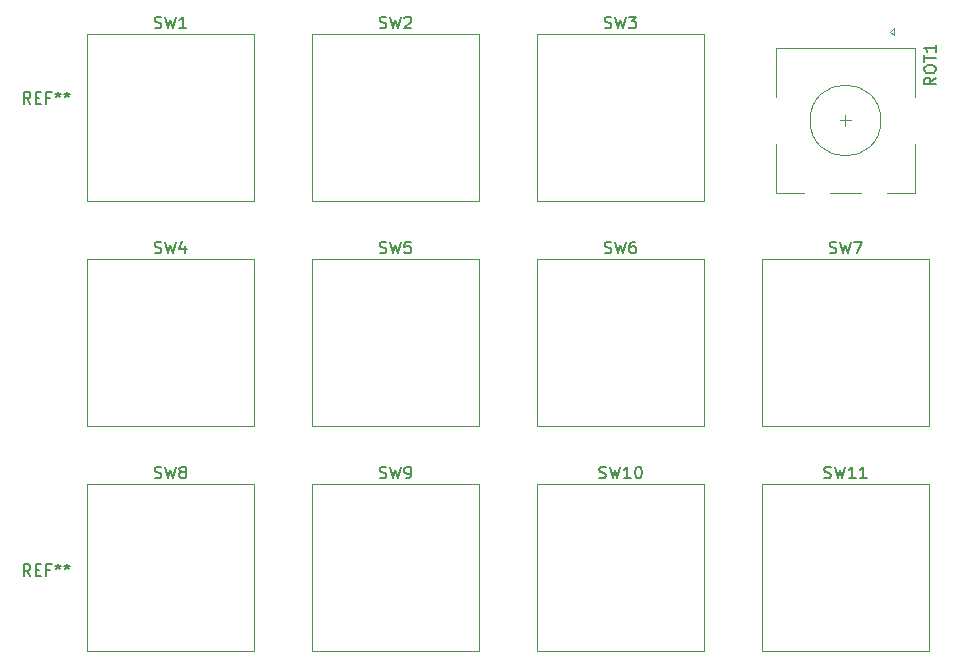
<source format=gbr>
G04 #@! TF.GenerationSoftware,KiCad,Pcbnew,8.0.6*
G04 #@! TF.CreationDate,2024-11-16T10:54:58+01:00*
G04 #@! TF.ProjectId,SwitchPCB,53776974-6368-4504-9342-2e6b69636164,rev?*
G04 #@! TF.SameCoordinates,Original*
G04 #@! TF.FileFunction,Legend,Top*
G04 #@! TF.FilePolarity,Positive*
%FSLAX46Y46*%
G04 Gerber Fmt 4.6, Leading zero omitted, Abs format (unit mm)*
G04 Created by KiCad (PCBNEW 8.0.6) date 2024-11-16 10:54:58*
%MOMM*%
%LPD*%
G01*
G04 APERTURE LIST*
%ADD10C,0.150000*%
%ADD11C,0.120000*%
G04 APERTURE END LIST*
D10*
X152436667Y-91332200D02*
X152579524Y-91379819D01*
X152579524Y-91379819D02*
X152817619Y-91379819D01*
X152817619Y-91379819D02*
X152912857Y-91332200D01*
X152912857Y-91332200D02*
X152960476Y-91284580D01*
X152960476Y-91284580D02*
X153008095Y-91189342D01*
X153008095Y-91189342D02*
X153008095Y-91094104D01*
X153008095Y-91094104D02*
X152960476Y-90998866D01*
X152960476Y-90998866D02*
X152912857Y-90951247D01*
X152912857Y-90951247D02*
X152817619Y-90903628D01*
X152817619Y-90903628D02*
X152627143Y-90856009D01*
X152627143Y-90856009D02*
X152531905Y-90808390D01*
X152531905Y-90808390D02*
X152484286Y-90760771D01*
X152484286Y-90760771D02*
X152436667Y-90665533D01*
X152436667Y-90665533D02*
X152436667Y-90570295D01*
X152436667Y-90570295D02*
X152484286Y-90475057D01*
X152484286Y-90475057D02*
X152531905Y-90427438D01*
X152531905Y-90427438D02*
X152627143Y-90379819D01*
X152627143Y-90379819D02*
X152865238Y-90379819D01*
X152865238Y-90379819D02*
X153008095Y-90427438D01*
X153341429Y-90379819D02*
X153579524Y-91379819D01*
X153579524Y-91379819D02*
X153770000Y-90665533D01*
X153770000Y-90665533D02*
X153960476Y-91379819D01*
X153960476Y-91379819D02*
X154198572Y-90379819D01*
X154627143Y-91379819D02*
X154817619Y-91379819D01*
X154817619Y-91379819D02*
X154912857Y-91332200D01*
X154912857Y-91332200D02*
X154960476Y-91284580D01*
X154960476Y-91284580D02*
X155055714Y-91141723D01*
X155055714Y-91141723D02*
X155103333Y-90951247D01*
X155103333Y-90951247D02*
X155103333Y-90570295D01*
X155103333Y-90570295D02*
X155055714Y-90475057D01*
X155055714Y-90475057D02*
X155008095Y-90427438D01*
X155008095Y-90427438D02*
X154912857Y-90379819D01*
X154912857Y-90379819D02*
X154722381Y-90379819D01*
X154722381Y-90379819D02*
X154627143Y-90427438D01*
X154627143Y-90427438D02*
X154579524Y-90475057D01*
X154579524Y-90475057D02*
X154531905Y-90570295D01*
X154531905Y-90570295D02*
X154531905Y-90808390D01*
X154531905Y-90808390D02*
X154579524Y-90903628D01*
X154579524Y-90903628D02*
X154627143Y-90951247D01*
X154627143Y-90951247D02*
X154722381Y-90998866D01*
X154722381Y-90998866D02*
X154912857Y-90998866D01*
X154912857Y-90998866D02*
X155008095Y-90951247D01*
X155008095Y-90951247D02*
X155055714Y-90903628D01*
X155055714Y-90903628D02*
X155103333Y-90808390D01*
X190060476Y-91332200D02*
X190203333Y-91379819D01*
X190203333Y-91379819D02*
X190441428Y-91379819D01*
X190441428Y-91379819D02*
X190536666Y-91332200D01*
X190536666Y-91332200D02*
X190584285Y-91284580D01*
X190584285Y-91284580D02*
X190631904Y-91189342D01*
X190631904Y-91189342D02*
X190631904Y-91094104D01*
X190631904Y-91094104D02*
X190584285Y-90998866D01*
X190584285Y-90998866D02*
X190536666Y-90951247D01*
X190536666Y-90951247D02*
X190441428Y-90903628D01*
X190441428Y-90903628D02*
X190250952Y-90856009D01*
X190250952Y-90856009D02*
X190155714Y-90808390D01*
X190155714Y-90808390D02*
X190108095Y-90760771D01*
X190108095Y-90760771D02*
X190060476Y-90665533D01*
X190060476Y-90665533D02*
X190060476Y-90570295D01*
X190060476Y-90570295D02*
X190108095Y-90475057D01*
X190108095Y-90475057D02*
X190155714Y-90427438D01*
X190155714Y-90427438D02*
X190250952Y-90379819D01*
X190250952Y-90379819D02*
X190489047Y-90379819D01*
X190489047Y-90379819D02*
X190631904Y-90427438D01*
X190965238Y-90379819D02*
X191203333Y-91379819D01*
X191203333Y-91379819D02*
X191393809Y-90665533D01*
X191393809Y-90665533D02*
X191584285Y-91379819D01*
X191584285Y-91379819D02*
X191822381Y-90379819D01*
X192727142Y-91379819D02*
X192155714Y-91379819D01*
X192441428Y-91379819D02*
X192441428Y-90379819D01*
X192441428Y-90379819D02*
X192346190Y-90522676D01*
X192346190Y-90522676D02*
X192250952Y-90617914D01*
X192250952Y-90617914D02*
X192155714Y-90665533D01*
X193679523Y-91379819D02*
X193108095Y-91379819D01*
X193393809Y-91379819D02*
X193393809Y-90379819D01*
X193393809Y-90379819D02*
X193298571Y-90522676D01*
X193298571Y-90522676D02*
X193203333Y-90617914D01*
X193203333Y-90617914D02*
X193108095Y-90665533D01*
X133386667Y-72282200D02*
X133529524Y-72329819D01*
X133529524Y-72329819D02*
X133767619Y-72329819D01*
X133767619Y-72329819D02*
X133862857Y-72282200D01*
X133862857Y-72282200D02*
X133910476Y-72234580D01*
X133910476Y-72234580D02*
X133958095Y-72139342D01*
X133958095Y-72139342D02*
X133958095Y-72044104D01*
X133958095Y-72044104D02*
X133910476Y-71948866D01*
X133910476Y-71948866D02*
X133862857Y-71901247D01*
X133862857Y-71901247D02*
X133767619Y-71853628D01*
X133767619Y-71853628D02*
X133577143Y-71806009D01*
X133577143Y-71806009D02*
X133481905Y-71758390D01*
X133481905Y-71758390D02*
X133434286Y-71710771D01*
X133434286Y-71710771D02*
X133386667Y-71615533D01*
X133386667Y-71615533D02*
X133386667Y-71520295D01*
X133386667Y-71520295D02*
X133434286Y-71425057D01*
X133434286Y-71425057D02*
X133481905Y-71377438D01*
X133481905Y-71377438D02*
X133577143Y-71329819D01*
X133577143Y-71329819D02*
X133815238Y-71329819D01*
X133815238Y-71329819D02*
X133958095Y-71377438D01*
X134291429Y-71329819D02*
X134529524Y-72329819D01*
X134529524Y-72329819D02*
X134720000Y-71615533D01*
X134720000Y-71615533D02*
X134910476Y-72329819D01*
X134910476Y-72329819D02*
X135148572Y-71329819D01*
X135958095Y-71663152D02*
X135958095Y-72329819D01*
X135720000Y-71282200D02*
X135481905Y-71996485D01*
X135481905Y-71996485D02*
X136100952Y-71996485D01*
X171486667Y-72282200D02*
X171629524Y-72329819D01*
X171629524Y-72329819D02*
X171867619Y-72329819D01*
X171867619Y-72329819D02*
X171962857Y-72282200D01*
X171962857Y-72282200D02*
X172010476Y-72234580D01*
X172010476Y-72234580D02*
X172058095Y-72139342D01*
X172058095Y-72139342D02*
X172058095Y-72044104D01*
X172058095Y-72044104D02*
X172010476Y-71948866D01*
X172010476Y-71948866D02*
X171962857Y-71901247D01*
X171962857Y-71901247D02*
X171867619Y-71853628D01*
X171867619Y-71853628D02*
X171677143Y-71806009D01*
X171677143Y-71806009D02*
X171581905Y-71758390D01*
X171581905Y-71758390D02*
X171534286Y-71710771D01*
X171534286Y-71710771D02*
X171486667Y-71615533D01*
X171486667Y-71615533D02*
X171486667Y-71520295D01*
X171486667Y-71520295D02*
X171534286Y-71425057D01*
X171534286Y-71425057D02*
X171581905Y-71377438D01*
X171581905Y-71377438D02*
X171677143Y-71329819D01*
X171677143Y-71329819D02*
X171915238Y-71329819D01*
X171915238Y-71329819D02*
X172058095Y-71377438D01*
X172391429Y-71329819D02*
X172629524Y-72329819D01*
X172629524Y-72329819D02*
X172820000Y-71615533D01*
X172820000Y-71615533D02*
X173010476Y-72329819D01*
X173010476Y-72329819D02*
X173248572Y-71329819D01*
X174058095Y-71329819D02*
X173867619Y-71329819D01*
X173867619Y-71329819D02*
X173772381Y-71377438D01*
X173772381Y-71377438D02*
X173724762Y-71425057D01*
X173724762Y-71425057D02*
X173629524Y-71567914D01*
X173629524Y-71567914D02*
X173581905Y-71758390D01*
X173581905Y-71758390D02*
X173581905Y-72139342D01*
X173581905Y-72139342D02*
X173629524Y-72234580D01*
X173629524Y-72234580D02*
X173677143Y-72282200D01*
X173677143Y-72282200D02*
X173772381Y-72329819D01*
X173772381Y-72329819D02*
X173962857Y-72329819D01*
X173962857Y-72329819D02*
X174058095Y-72282200D01*
X174058095Y-72282200D02*
X174105714Y-72234580D01*
X174105714Y-72234580D02*
X174153333Y-72139342D01*
X174153333Y-72139342D02*
X174153333Y-71901247D01*
X174153333Y-71901247D02*
X174105714Y-71806009D01*
X174105714Y-71806009D02*
X174058095Y-71758390D01*
X174058095Y-71758390D02*
X173962857Y-71710771D01*
X173962857Y-71710771D02*
X173772381Y-71710771D01*
X173772381Y-71710771D02*
X173677143Y-71758390D01*
X173677143Y-71758390D02*
X173629524Y-71806009D01*
X173629524Y-71806009D02*
X173581905Y-71901247D01*
X152436667Y-72282200D02*
X152579524Y-72329819D01*
X152579524Y-72329819D02*
X152817619Y-72329819D01*
X152817619Y-72329819D02*
X152912857Y-72282200D01*
X152912857Y-72282200D02*
X152960476Y-72234580D01*
X152960476Y-72234580D02*
X153008095Y-72139342D01*
X153008095Y-72139342D02*
X153008095Y-72044104D01*
X153008095Y-72044104D02*
X152960476Y-71948866D01*
X152960476Y-71948866D02*
X152912857Y-71901247D01*
X152912857Y-71901247D02*
X152817619Y-71853628D01*
X152817619Y-71853628D02*
X152627143Y-71806009D01*
X152627143Y-71806009D02*
X152531905Y-71758390D01*
X152531905Y-71758390D02*
X152484286Y-71710771D01*
X152484286Y-71710771D02*
X152436667Y-71615533D01*
X152436667Y-71615533D02*
X152436667Y-71520295D01*
X152436667Y-71520295D02*
X152484286Y-71425057D01*
X152484286Y-71425057D02*
X152531905Y-71377438D01*
X152531905Y-71377438D02*
X152627143Y-71329819D01*
X152627143Y-71329819D02*
X152865238Y-71329819D01*
X152865238Y-71329819D02*
X153008095Y-71377438D01*
X153341429Y-71329819D02*
X153579524Y-72329819D01*
X153579524Y-72329819D02*
X153770000Y-71615533D01*
X153770000Y-71615533D02*
X153960476Y-72329819D01*
X153960476Y-72329819D02*
X154198572Y-71329819D01*
X155055714Y-71329819D02*
X154579524Y-71329819D01*
X154579524Y-71329819D02*
X154531905Y-71806009D01*
X154531905Y-71806009D02*
X154579524Y-71758390D01*
X154579524Y-71758390D02*
X154674762Y-71710771D01*
X154674762Y-71710771D02*
X154912857Y-71710771D01*
X154912857Y-71710771D02*
X155008095Y-71758390D01*
X155008095Y-71758390D02*
X155055714Y-71806009D01*
X155055714Y-71806009D02*
X155103333Y-71901247D01*
X155103333Y-71901247D02*
X155103333Y-72139342D01*
X155103333Y-72139342D02*
X155055714Y-72234580D01*
X155055714Y-72234580D02*
X155008095Y-72282200D01*
X155008095Y-72282200D02*
X154912857Y-72329819D01*
X154912857Y-72329819D02*
X154674762Y-72329819D01*
X154674762Y-72329819D02*
X154579524Y-72282200D01*
X154579524Y-72282200D02*
X154531905Y-72234580D01*
X133386667Y-91332200D02*
X133529524Y-91379819D01*
X133529524Y-91379819D02*
X133767619Y-91379819D01*
X133767619Y-91379819D02*
X133862857Y-91332200D01*
X133862857Y-91332200D02*
X133910476Y-91284580D01*
X133910476Y-91284580D02*
X133958095Y-91189342D01*
X133958095Y-91189342D02*
X133958095Y-91094104D01*
X133958095Y-91094104D02*
X133910476Y-90998866D01*
X133910476Y-90998866D02*
X133862857Y-90951247D01*
X133862857Y-90951247D02*
X133767619Y-90903628D01*
X133767619Y-90903628D02*
X133577143Y-90856009D01*
X133577143Y-90856009D02*
X133481905Y-90808390D01*
X133481905Y-90808390D02*
X133434286Y-90760771D01*
X133434286Y-90760771D02*
X133386667Y-90665533D01*
X133386667Y-90665533D02*
X133386667Y-90570295D01*
X133386667Y-90570295D02*
X133434286Y-90475057D01*
X133434286Y-90475057D02*
X133481905Y-90427438D01*
X133481905Y-90427438D02*
X133577143Y-90379819D01*
X133577143Y-90379819D02*
X133815238Y-90379819D01*
X133815238Y-90379819D02*
X133958095Y-90427438D01*
X134291429Y-90379819D02*
X134529524Y-91379819D01*
X134529524Y-91379819D02*
X134720000Y-90665533D01*
X134720000Y-90665533D02*
X134910476Y-91379819D01*
X134910476Y-91379819D02*
X135148572Y-90379819D01*
X135672381Y-90808390D02*
X135577143Y-90760771D01*
X135577143Y-90760771D02*
X135529524Y-90713152D01*
X135529524Y-90713152D02*
X135481905Y-90617914D01*
X135481905Y-90617914D02*
X135481905Y-90570295D01*
X135481905Y-90570295D02*
X135529524Y-90475057D01*
X135529524Y-90475057D02*
X135577143Y-90427438D01*
X135577143Y-90427438D02*
X135672381Y-90379819D01*
X135672381Y-90379819D02*
X135862857Y-90379819D01*
X135862857Y-90379819D02*
X135958095Y-90427438D01*
X135958095Y-90427438D02*
X136005714Y-90475057D01*
X136005714Y-90475057D02*
X136053333Y-90570295D01*
X136053333Y-90570295D02*
X136053333Y-90617914D01*
X136053333Y-90617914D02*
X136005714Y-90713152D01*
X136005714Y-90713152D02*
X135958095Y-90760771D01*
X135958095Y-90760771D02*
X135862857Y-90808390D01*
X135862857Y-90808390D02*
X135672381Y-90808390D01*
X135672381Y-90808390D02*
X135577143Y-90856009D01*
X135577143Y-90856009D02*
X135529524Y-90903628D01*
X135529524Y-90903628D02*
X135481905Y-90998866D01*
X135481905Y-90998866D02*
X135481905Y-91189342D01*
X135481905Y-91189342D02*
X135529524Y-91284580D01*
X135529524Y-91284580D02*
X135577143Y-91332200D01*
X135577143Y-91332200D02*
X135672381Y-91379819D01*
X135672381Y-91379819D02*
X135862857Y-91379819D01*
X135862857Y-91379819D02*
X135958095Y-91332200D01*
X135958095Y-91332200D02*
X136005714Y-91284580D01*
X136005714Y-91284580D02*
X136053333Y-91189342D01*
X136053333Y-91189342D02*
X136053333Y-90998866D01*
X136053333Y-90998866D02*
X136005714Y-90903628D01*
X136005714Y-90903628D02*
X135958095Y-90856009D01*
X135958095Y-90856009D02*
X135862857Y-90808390D01*
X190536667Y-72282200D02*
X190679524Y-72329819D01*
X190679524Y-72329819D02*
X190917619Y-72329819D01*
X190917619Y-72329819D02*
X191012857Y-72282200D01*
X191012857Y-72282200D02*
X191060476Y-72234580D01*
X191060476Y-72234580D02*
X191108095Y-72139342D01*
X191108095Y-72139342D02*
X191108095Y-72044104D01*
X191108095Y-72044104D02*
X191060476Y-71948866D01*
X191060476Y-71948866D02*
X191012857Y-71901247D01*
X191012857Y-71901247D02*
X190917619Y-71853628D01*
X190917619Y-71853628D02*
X190727143Y-71806009D01*
X190727143Y-71806009D02*
X190631905Y-71758390D01*
X190631905Y-71758390D02*
X190584286Y-71710771D01*
X190584286Y-71710771D02*
X190536667Y-71615533D01*
X190536667Y-71615533D02*
X190536667Y-71520295D01*
X190536667Y-71520295D02*
X190584286Y-71425057D01*
X190584286Y-71425057D02*
X190631905Y-71377438D01*
X190631905Y-71377438D02*
X190727143Y-71329819D01*
X190727143Y-71329819D02*
X190965238Y-71329819D01*
X190965238Y-71329819D02*
X191108095Y-71377438D01*
X191441429Y-71329819D02*
X191679524Y-72329819D01*
X191679524Y-72329819D02*
X191870000Y-71615533D01*
X191870000Y-71615533D02*
X192060476Y-72329819D01*
X192060476Y-72329819D02*
X192298572Y-71329819D01*
X192584286Y-71329819D02*
X193250952Y-71329819D01*
X193250952Y-71329819D02*
X192822381Y-72329819D01*
X171010476Y-91332200D02*
X171153333Y-91379819D01*
X171153333Y-91379819D02*
X171391428Y-91379819D01*
X171391428Y-91379819D02*
X171486666Y-91332200D01*
X171486666Y-91332200D02*
X171534285Y-91284580D01*
X171534285Y-91284580D02*
X171581904Y-91189342D01*
X171581904Y-91189342D02*
X171581904Y-91094104D01*
X171581904Y-91094104D02*
X171534285Y-90998866D01*
X171534285Y-90998866D02*
X171486666Y-90951247D01*
X171486666Y-90951247D02*
X171391428Y-90903628D01*
X171391428Y-90903628D02*
X171200952Y-90856009D01*
X171200952Y-90856009D02*
X171105714Y-90808390D01*
X171105714Y-90808390D02*
X171058095Y-90760771D01*
X171058095Y-90760771D02*
X171010476Y-90665533D01*
X171010476Y-90665533D02*
X171010476Y-90570295D01*
X171010476Y-90570295D02*
X171058095Y-90475057D01*
X171058095Y-90475057D02*
X171105714Y-90427438D01*
X171105714Y-90427438D02*
X171200952Y-90379819D01*
X171200952Y-90379819D02*
X171439047Y-90379819D01*
X171439047Y-90379819D02*
X171581904Y-90427438D01*
X171915238Y-90379819D02*
X172153333Y-91379819D01*
X172153333Y-91379819D02*
X172343809Y-90665533D01*
X172343809Y-90665533D02*
X172534285Y-91379819D01*
X172534285Y-91379819D02*
X172772381Y-90379819D01*
X173677142Y-91379819D02*
X173105714Y-91379819D01*
X173391428Y-91379819D02*
X173391428Y-90379819D01*
X173391428Y-90379819D02*
X173296190Y-90522676D01*
X173296190Y-90522676D02*
X173200952Y-90617914D01*
X173200952Y-90617914D02*
X173105714Y-90665533D01*
X174296190Y-90379819D02*
X174391428Y-90379819D01*
X174391428Y-90379819D02*
X174486666Y-90427438D01*
X174486666Y-90427438D02*
X174534285Y-90475057D01*
X174534285Y-90475057D02*
X174581904Y-90570295D01*
X174581904Y-90570295D02*
X174629523Y-90760771D01*
X174629523Y-90760771D02*
X174629523Y-90998866D01*
X174629523Y-90998866D02*
X174581904Y-91189342D01*
X174581904Y-91189342D02*
X174534285Y-91284580D01*
X174534285Y-91284580D02*
X174486666Y-91332200D01*
X174486666Y-91332200D02*
X174391428Y-91379819D01*
X174391428Y-91379819D02*
X174296190Y-91379819D01*
X174296190Y-91379819D02*
X174200952Y-91332200D01*
X174200952Y-91332200D02*
X174153333Y-91284580D01*
X174153333Y-91284580D02*
X174105714Y-91189342D01*
X174105714Y-91189342D02*
X174058095Y-90998866D01*
X174058095Y-90998866D02*
X174058095Y-90760771D01*
X174058095Y-90760771D02*
X174105714Y-90570295D01*
X174105714Y-90570295D02*
X174153333Y-90475057D01*
X174153333Y-90475057D02*
X174200952Y-90427438D01*
X174200952Y-90427438D02*
X174296190Y-90379819D01*
X171486667Y-53232200D02*
X171629524Y-53279819D01*
X171629524Y-53279819D02*
X171867619Y-53279819D01*
X171867619Y-53279819D02*
X171962857Y-53232200D01*
X171962857Y-53232200D02*
X172010476Y-53184580D01*
X172010476Y-53184580D02*
X172058095Y-53089342D01*
X172058095Y-53089342D02*
X172058095Y-52994104D01*
X172058095Y-52994104D02*
X172010476Y-52898866D01*
X172010476Y-52898866D02*
X171962857Y-52851247D01*
X171962857Y-52851247D02*
X171867619Y-52803628D01*
X171867619Y-52803628D02*
X171677143Y-52756009D01*
X171677143Y-52756009D02*
X171581905Y-52708390D01*
X171581905Y-52708390D02*
X171534286Y-52660771D01*
X171534286Y-52660771D02*
X171486667Y-52565533D01*
X171486667Y-52565533D02*
X171486667Y-52470295D01*
X171486667Y-52470295D02*
X171534286Y-52375057D01*
X171534286Y-52375057D02*
X171581905Y-52327438D01*
X171581905Y-52327438D02*
X171677143Y-52279819D01*
X171677143Y-52279819D02*
X171915238Y-52279819D01*
X171915238Y-52279819D02*
X172058095Y-52327438D01*
X172391429Y-52279819D02*
X172629524Y-53279819D01*
X172629524Y-53279819D02*
X172820000Y-52565533D01*
X172820000Y-52565533D02*
X173010476Y-53279819D01*
X173010476Y-53279819D02*
X173248572Y-52279819D01*
X173534286Y-52279819D02*
X174153333Y-52279819D01*
X174153333Y-52279819D02*
X173820000Y-52660771D01*
X173820000Y-52660771D02*
X173962857Y-52660771D01*
X173962857Y-52660771D02*
X174058095Y-52708390D01*
X174058095Y-52708390D02*
X174105714Y-52756009D01*
X174105714Y-52756009D02*
X174153333Y-52851247D01*
X174153333Y-52851247D02*
X174153333Y-53089342D01*
X174153333Y-53089342D02*
X174105714Y-53184580D01*
X174105714Y-53184580D02*
X174058095Y-53232200D01*
X174058095Y-53232200D02*
X173962857Y-53279819D01*
X173962857Y-53279819D02*
X173677143Y-53279819D01*
X173677143Y-53279819D02*
X173581905Y-53232200D01*
X173581905Y-53232200D02*
X173534286Y-53184580D01*
X133386667Y-53232200D02*
X133529524Y-53279819D01*
X133529524Y-53279819D02*
X133767619Y-53279819D01*
X133767619Y-53279819D02*
X133862857Y-53232200D01*
X133862857Y-53232200D02*
X133910476Y-53184580D01*
X133910476Y-53184580D02*
X133958095Y-53089342D01*
X133958095Y-53089342D02*
X133958095Y-52994104D01*
X133958095Y-52994104D02*
X133910476Y-52898866D01*
X133910476Y-52898866D02*
X133862857Y-52851247D01*
X133862857Y-52851247D02*
X133767619Y-52803628D01*
X133767619Y-52803628D02*
X133577143Y-52756009D01*
X133577143Y-52756009D02*
X133481905Y-52708390D01*
X133481905Y-52708390D02*
X133434286Y-52660771D01*
X133434286Y-52660771D02*
X133386667Y-52565533D01*
X133386667Y-52565533D02*
X133386667Y-52470295D01*
X133386667Y-52470295D02*
X133434286Y-52375057D01*
X133434286Y-52375057D02*
X133481905Y-52327438D01*
X133481905Y-52327438D02*
X133577143Y-52279819D01*
X133577143Y-52279819D02*
X133815238Y-52279819D01*
X133815238Y-52279819D02*
X133958095Y-52327438D01*
X134291429Y-52279819D02*
X134529524Y-53279819D01*
X134529524Y-53279819D02*
X134720000Y-52565533D01*
X134720000Y-52565533D02*
X134910476Y-53279819D01*
X134910476Y-53279819D02*
X135148572Y-52279819D01*
X136053333Y-53279819D02*
X135481905Y-53279819D01*
X135767619Y-53279819D02*
X135767619Y-52279819D01*
X135767619Y-52279819D02*
X135672381Y-52422676D01*
X135672381Y-52422676D02*
X135577143Y-52517914D01*
X135577143Y-52517914D02*
X135481905Y-52565533D01*
X152436667Y-53232200D02*
X152579524Y-53279819D01*
X152579524Y-53279819D02*
X152817619Y-53279819D01*
X152817619Y-53279819D02*
X152912857Y-53232200D01*
X152912857Y-53232200D02*
X152960476Y-53184580D01*
X152960476Y-53184580D02*
X153008095Y-53089342D01*
X153008095Y-53089342D02*
X153008095Y-52994104D01*
X153008095Y-52994104D02*
X152960476Y-52898866D01*
X152960476Y-52898866D02*
X152912857Y-52851247D01*
X152912857Y-52851247D02*
X152817619Y-52803628D01*
X152817619Y-52803628D02*
X152627143Y-52756009D01*
X152627143Y-52756009D02*
X152531905Y-52708390D01*
X152531905Y-52708390D02*
X152484286Y-52660771D01*
X152484286Y-52660771D02*
X152436667Y-52565533D01*
X152436667Y-52565533D02*
X152436667Y-52470295D01*
X152436667Y-52470295D02*
X152484286Y-52375057D01*
X152484286Y-52375057D02*
X152531905Y-52327438D01*
X152531905Y-52327438D02*
X152627143Y-52279819D01*
X152627143Y-52279819D02*
X152865238Y-52279819D01*
X152865238Y-52279819D02*
X153008095Y-52327438D01*
X153341429Y-52279819D02*
X153579524Y-53279819D01*
X153579524Y-53279819D02*
X153770000Y-52565533D01*
X153770000Y-52565533D02*
X153960476Y-53279819D01*
X153960476Y-53279819D02*
X154198572Y-52279819D01*
X154531905Y-52375057D02*
X154579524Y-52327438D01*
X154579524Y-52327438D02*
X154674762Y-52279819D01*
X154674762Y-52279819D02*
X154912857Y-52279819D01*
X154912857Y-52279819D02*
X155008095Y-52327438D01*
X155008095Y-52327438D02*
X155055714Y-52375057D01*
X155055714Y-52375057D02*
X155103333Y-52470295D01*
X155103333Y-52470295D02*
X155103333Y-52565533D01*
X155103333Y-52565533D02*
X155055714Y-52708390D01*
X155055714Y-52708390D02*
X154484286Y-53279819D01*
X154484286Y-53279819D02*
X155103333Y-53279819D01*
X199524819Y-57446428D02*
X199048628Y-57779761D01*
X199524819Y-58017856D02*
X198524819Y-58017856D01*
X198524819Y-58017856D02*
X198524819Y-57636904D01*
X198524819Y-57636904D02*
X198572438Y-57541666D01*
X198572438Y-57541666D02*
X198620057Y-57494047D01*
X198620057Y-57494047D02*
X198715295Y-57446428D01*
X198715295Y-57446428D02*
X198858152Y-57446428D01*
X198858152Y-57446428D02*
X198953390Y-57494047D01*
X198953390Y-57494047D02*
X199001009Y-57541666D01*
X199001009Y-57541666D02*
X199048628Y-57636904D01*
X199048628Y-57636904D02*
X199048628Y-58017856D01*
X198524819Y-56827380D02*
X198524819Y-56636904D01*
X198524819Y-56636904D02*
X198572438Y-56541666D01*
X198572438Y-56541666D02*
X198667676Y-56446428D01*
X198667676Y-56446428D02*
X198858152Y-56398809D01*
X198858152Y-56398809D02*
X199191485Y-56398809D01*
X199191485Y-56398809D02*
X199381961Y-56446428D01*
X199381961Y-56446428D02*
X199477200Y-56541666D01*
X199477200Y-56541666D02*
X199524819Y-56636904D01*
X199524819Y-56636904D02*
X199524819Y-56827380D01*
X199524819Y-56827380D02*
X199477200Y-56922618D01*
X199477200Y-56922618D02*
X199381961Y-57017856D01*
X199381961Y-57017856D02*
X199191485Y-57065475D01*
X199191485Y-57065475D02*
X198858152Y-57065475D01*
X198858152Y-57065475D02*
X198667676Y-57017856D01*
X198667676Y-57017856D02*
X198572438Y-56922618D01*
X198572438Y-56922618D02*
X198524819Y-56827380D01*
X198524819Y-56113094D02*
X198524819Y-55541666D01*
X199524819Y-55827380D02*
X198524819Y-55827380D01*
X199524819Y-54684523D02*
X199524819Y-55255951D01*
X199524819Y-54970237D02*
X198524819Y-54970237D01*
X198524819Y-54970237D02*
X198667676Y-55065475D01*
X198667676Y-55065475D02*
X198762914Y-55160713D01*
X198762914Y-55160713D02*
X198810533Y-55255951D01*
X122866666Y-99654819D02*
X122533333Y-99178628D01*
X122295238Y-99654819D02*
X122295238Y-98654819D01*
X122295238Y-98654819D02*
X122676190Y-98654819D01*
X122676190Y-98654819D02*
X122771428Y-98702438D01*
X122771428Y-98702438D02*
X122819047Y-98750057D01*
X122819047Y-98750057D02*
X122866666Y-98845295D01*
X122866666Y-98845295D02*
X122866666Y-98988152D01*
X122866666Y-98988152D02*
X122819047Y-99083390D01*
X122819047Y-99083390D02*
X122771428Y-99131009D01*
X122771428Y-99131009D02*
X122676190Y-99178628D01*
X122676190Y-99178628D02*
X122295238Y-99178628D01*
X123295238Y-99131009D02*
X123628571Y-99131009D01*
X123771428Y-99654819D02*
X123295238Y-99654819D01*
X123295238Y-99654819D02*
X123295238Y-98654819D01*
X123295238Y-98654819D02*
X123771428Y-98654819D01*
X124533333Y-99131009D02*
X124200000Y-99131009D01*
X124200000Y-99654819D02*
X124200000Y-98654819D01*
X124200000Y-98654819D02*
X124676190Y-98654819D01*
X125200000Y-98654819D02*
X125200000Y-98892914D01*
X124961905Y-98797676D02*
X125200000Y-98892914D01*
X125200000Y-98892914D02*
X125438095Y-98797676D01*
X125057143Y-99083390D02*
X125200000Y-98892914D01*
X125200000Y-98892914D02*
X125342857Y-99083390D01*
X125961905Y-98654819D02*
X125961905Y-98892914D01*
X125723810Y-98797676D02*
X125961905Y-98892914D01*
X125961905Y-98892914D02*
X126200000Y-98797676D01*
X125819048Y-99083390D02*
X125961905Y-98892914D01*
X125961905Y-98892914D02*
X126104762Y-99083390D01*
X122866666Y-59654819D02*
X122533333Y-59178628D01*
X122295238Y-59654819D02*
X122295238Y-58654819D01*
X122295238Y-58654819D02*
X122676190Y-58654819D01*
X122676190Y-58654819D02*
X122771428Y-58702438D01*
X122771428Y-58702438D02*
X122819047Y-58750057D01*
X122819047Y-58750057D02*
X122866666Y-58845295D01*
X122866666Y-58845295D02*
X122866666Y-58988152D01*
X122866666Y-58988152D02*
X122819047Y-59083390D01*
X122819047Y-59083390D02*
X122771428Y-59131009D01*
X122771428Y-59131009D02*
X122676190Y-59178628D01*
X122676190Y-59178628D02*
X122295238Y-59178628D01*
X123295238Y-59131009D02*
X123628571Y-59131009D01*
X123771428Y-59654819D02*
X123295238Y-59654819D01*
X123295238Y-59654819D02*
X123295238Y-58654819D01*
X123295238Y-58654819D02*
X123771428Y-58654819D01*
X124533333Y-59131009D02*
X124200000Y-59131009D01*
X124200000Y-59654819D02*
X124200000Y-58654819D01*
X124200000Y-58654819D02*
X124676190Y-58654819D01*
X125200000Y-58654819D02*
X125200000Y-58892914D01*
X124961905Y-58797676D02*
X125200000Y-58892914D01*
X125200000Y-58892914D02*
X125438095Y-58797676D01*
X125057143Y-59083390D02*
X125200000Y-58892914D01*
X125200000Y-58892914D02*
X125342857Y-59083390D01*
X125961905Y-58654819D02*
X125961905Y-58892914D01*
X125723810Y-58797676D02*
X125961905Y-58892914D01*
X125961905Y-58892914D02*
X126200000Y-58797676D01*
X125819048Y-59083390D02*
X125961905Y-58892914D01*
X125961905Y-58892914D02*
X126104762Y-59083390D01*
D11*
G04 #@! TO.C,SW9*
X146670000Y-91825000D02*
X146670000Y-106025000D01*
X146670000Y-106025000D02*
X160870000Y-106025000D01*
X160870000Y-91825000D02*
X146670000Y-91825000D01*
X160870000Y-106025000D02*
X160870000Y-91825000D01*
G04 #@! TO.C,SW11*
X184770000Y-91825000D02*
X184770000Y-106025000D01*
X184770000Y-106025000D02*
X198970000Y-106025000D01*
X198970000Y-91825000D02*
X184770000Y-91825000D01*
X198970000Y-106025000D02*
X198970000Y-91825000D01*
G04 #@! TO.C,SW4*
X127620000Y-72775000D02*
X127620000Y-86975000D01*
X127620000Y-86975000D02*
X141820000Y-86975000D01*
X141820000Y-72775000D02*
X127620000Y-72775000D01*
X141820000Y-86975000D02*
X141820000Y-72775000D01*
G04 #@! TO.C,SW6*
X165720000Y-72775000D02*
X165720000Y-86975000D01*
X165720000Y-86975000D02*
X179920000Y-86975000D01*
X179920000Y-72775000D02*
X165720000Y-72775000D01*
X179920000Y-86975000D02*
X179920000Y-72775000D01*
G04 #@! TO.C,SW5*
X146670000Y-72775000D02*
X146670000Y-86975000D01*
X146670000Y-86975000D02*
X160870000Y-86975000D01*
X160870000Y-72775000D02*
X146670000Y-72775000D01*
X160870000Y-86975000D02*
X160870000Y-72775000D01*
G04 #@! TO.C,SW8*
X127620000Y-91825000D02*
X127620000Y-106025000D01*
X127620000Y-106025000D02*
X141820000Y-106025000D01*
X141820000Y-91825000D02*
X127620000Y-91825000D01*
X141820000Y-106025000D02*
X141820000Y-91825000D01*
G04 #@! TO.C,SW7*
X184770000Y-72775000D02*
X184770000Y-86975000D01*
X184770000Y-86975000D02*
X198970000Y-86975000D01*
X198970000Y-72775000D02*
X184770000Y-72775000D01*
X198970000Y-86975000D02*
X198970000Y-72775000D01*
G04 #@! TO.C,SW10*
X165720000Y-91825000D02*
X165720000Y-106025000D01*
X165720000Y-106025000D02*
X179920000Y-106025000D01*
X179920000Y-91825000D02*
X165720000Y-91825000D01*
X179920000Y-106025000D02*
X179920000Y-91825000D01*
G04 #@! TO.C,SW3*
X165720000Y-53725000D02*
X165720000Y-67925000D01*
X165720000Y-67925000D02*
X179920000Y-67925000D01*
X179920000Y-53725000D02*
X165720000Y-53725000D01*
X179920000Y-67925000D02*
X179920000Y-53725000D01*
G04 #@! TO.C,SW1*
X127620000Y-53725000D02*
X127620000Y-67925000D01*
X127620000Y-67925000D02*
X141820000Y-67925000D01*
X141820000Y-53725000D02*
X127620000Y-53725000D01*
X141820000Y-67925000D02*
X141820000Y-53725000D01*
G04 #@! TO.C,SW2*
X146670000Y-53725000D02*
X146670000Y-67925000D01*
X146670000Y-67925000D02*
X160870000Y-67925000D01*
X160870000Y-53725000D02*
X146670000Y-53725000D01*
X160870000Y-67925000D02*
X160870000Y-53725000D01*
G04 #@! TO.C,ROT1*
X185970000Y-59075000D02*
X185970000Y-54975000D01*
X185970000Y-67175000D02*
X185970000Y-63075000D01*
X188370000Y-67175000D02*
X185970000Y-67175000D01*
X191870000Y-60575000D02*
X191870000Y-61575000D01*
X192370000Y-61075000D02*
X191370000Y-61075000D01*
X193170000Y-67175000D02*
X190570000Y-67175000D01*
X195670000Y-53575000D02*
X195970000Y-53275000D01*
X195970000Y-53275000D02*
X195970000Y-53875000D01*
X195970000Y-53875000D02*
X195670000Y-53575000D01*
X197770000Y-54975000D02*
X185970000Y-54975000D01*
X197770000Y-59075000D02*
X197770000Y-54975000D01*
X197770000Y-63075000D02*
X197770000Y-67175000D01*
X197770000Y-67175000D02*
X195370000Y-67175000D01*
X194870000Y-61075000D02*
G75*
G02*
X188870000Y-61075000I-3000000J0D01*
G01*
X188870000Y-61075000D02*
G75*
G02*
X194870000Y-61075000I3000000J0D01*
G01*
G04 #@! TD*
M02*

</source>
